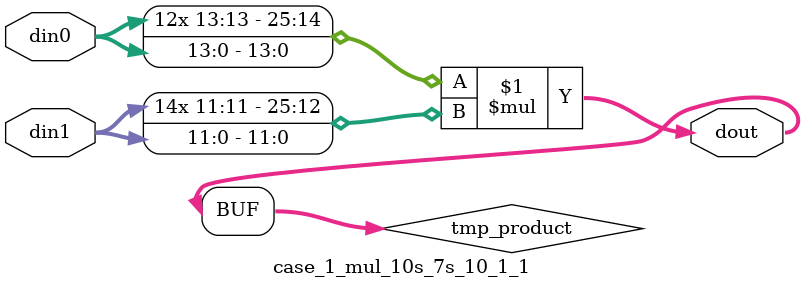
<source format=v>

`timescale 1 ns / 1 ps

 module case_1_mul_10s_7s_10_1_1(din0, din1, dout);
parameter ID = 1;
parameter NUM_STAGE = 0;
parameter din0_WIDTH = 14;
parameter din1_WIDTH = 12;
parameter dout_WIDTH = 26;

input [din0_WIDTH - 1 : 0] din0; 
input [din1_WIDTH - 1 : 0] din1; 
output [dout_WIDTH - 1 : 0] dout;

wire signed [dout_WIDTH - 1 : 0] tmp_product;



























assign tmp_product = $signed(din0) * $signed(din1);








assign dout = tmp_product;





















endmodule

</source>
